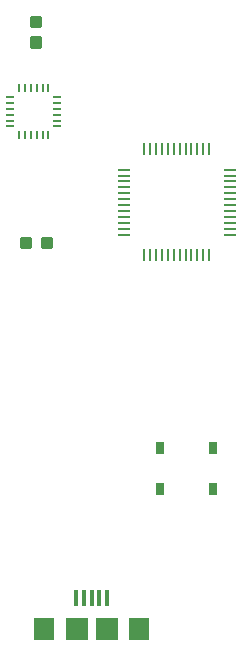
<source format=gbr>
G04 EAGLE Gerber RS-274X export*
G75*
%MOMM*%
%FSLAX66Y66*%
%LPD*%
%INSolderpaste Top*%
%IPPOS*%
%AMOC8*
5,1,8,0,0,1.08239X$1,22.5*%
G01*
%ADD10C,0.300000*%
%ADD11R,0.200000X1.000000*%
%ADD12R,1.000000X0.200000*%
%ADD13R,0.350000X1.400000*%
%ADD14R,1.800000X1.900000*%
%ADD15R,1.900000X1.900000*%
%ADD16R,0.790000X0.260000*%
%ADD17R,0.260000X0.790000*%
%ADD18R,0.700000X1.100000*%


D10*
X30891541Y64666672D02*
X31591541Y64666672D01*
X31591541Y63966672D01*
X30891541Y63966672D01*
X30891541Y64666672D01*
X30891541Y64251672D02*
X31591541Y64251672D01*
X31591541Y64536672D02*
X30891541Y64536672D01*
X30891541Y66420672D02*
X31591541Y66420672D01*
X31591541Y65720672D01*
X30891541Y65720672D01*
X30891541Y66420672D01*
X30891541Y66005672D02*
X31591541Y66005672D01*
X31591541Y66290672D02*
X30891541Y66290672D01*
X31853838Y47678250D02*
X31853838Y46978250D01*
X31853838Y47678250D02*
X32553838Y47678250D01*
X32553838Y46978250D01*
X31853838Y46978250D01*
X31853838Y47263250D02*
X32553838Y47263250D01*
X32553838Y47548250D02*
X31853838Y47548250D01*
X30099838Y47678250D02*
X30099838Y46978250D01*
X30099838Y47678250D02*
X30799838Y47678250D01*
X30799838Y46978250D01*
X30099838Y46978250D01*
X30099838Y47263250D02*
X30799838Y47263250D01*
X30799838Y47548250D02*
X30099838Y47548250D01*
D11*
X40430000Y46300000D03*
X40930000Y46300000D03*
X41430000Y46300000D03*
X41930000Y46300000D03*
X42430000Y46300000D03*
X42930000Y46300000D03*
X43430000Y46300000D03*
X43930000Y46300000D03*
X44430000Y46300000D03*
X44930000Y46300000D03*
X45430000Y46300000D03*
X45930000Y46300000D03*
D12*
X47680000Y48050000D03*
X47680000Y48550000D03*
X47680000Y49050000D03*
X47680000Y49550000D03*
X47680000Y50050000D03*
X47680000Y50550000D03*
X47680000Y51050000D03*
X47680000Y51550000D03*
X47680000Y52050000D03*
X47680000Y52550000D03*
X47680000Y53050000D03*
X47680000Y53550000D03*
D11*
X45930000Y55300000D03*
X45430000Y55300000D03*
X44930000Y55300000D03*
X44430000Y55300000D03*
X43930000Y55300000D03*
X43430000Y55300000D03*
X42930000Y55300000D03*
X42430000Y55300000D03*
X41930000Y55300000D03*
X41430000Y55300000D03*
X40930000Y55300000D03*
X40430000Y55300000D03*
D12*
X38680000Y53550000D03*
X38680000Y53050000D03*
X38680000Y52550000D03*
X38680000Y52050000D03*
X38680000Y51550000D03*
X38680000Y51050000D03*
X38680000Y50550000D03*
X38680000Y50050000D03*
X38680000Y49550000D03*
X38680000Y49050000D03*
X38680000Y48550000D03*
X38680000Y48050000D03*
D13*
X34683038Y17297391D03*
X37283038Y17297391D03*
X35333038Y17297391D03*
X35983038Y17297391D03*
X36633038Y17297391D03*
D14*
X31983038Y14647391D03*
X39983038Y14647391D03*
D15*
X34713038Y14647391D03*
X37253038Y14647391D03*
D16*
X29102428Y59712316D03*
X29102428Y59212316D03*
X29102428Y58712316D03*
X29102428Y58212316D03*
X29102428Y57712316D03*
X29102428Y57212316D03*
D17*
X29822428Y56492316D03*
X30322428Y56492316D03*
X30822428Y56492316D03*
X31322428Y56492316D03*
X31822428Y56492316D03*
X32322428Y56492316D03*
D16*
X33042428Y57212316D03*
X33042428Y57712316D03*
X33042428Y58212316D03*
X33042428Y58712316D03*
X33042428Y59212316D03*
X33042428Y59712316D03*
D17*
X32322428Y60432316D03*
X31822428Y60432316D03*
X31322428Y60432316D03*
X30822428Y60432316D03*
X30322428Y60432316D03*
X29822428Y60432316D03*
D18*
X41801659Y26486088D03*
X41801659Y29986088D03*
X46251659Y29986088D03*
X46251659Y26486088D03*
M02*

</source>
